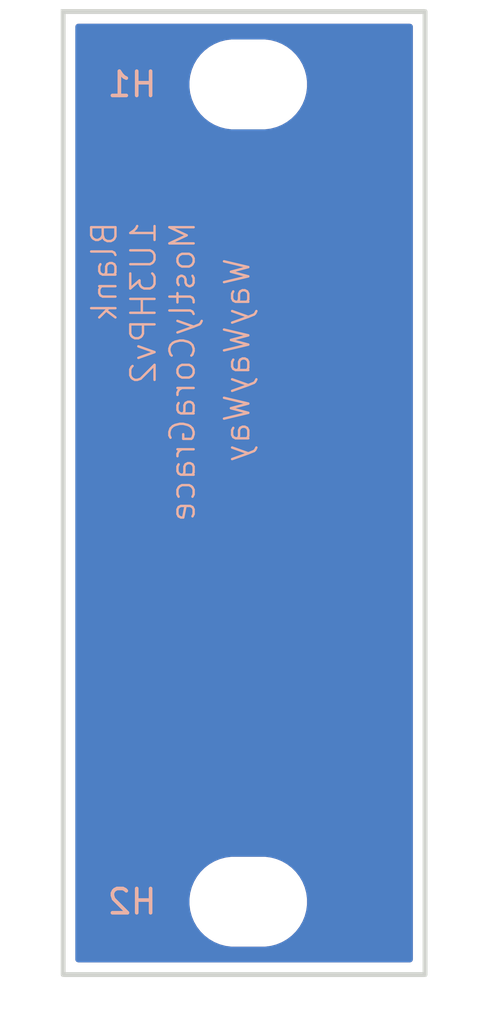
<source format=kicad_pcb>
(kicad_pcb (version 20241229) (generator "pcbnew") (generator_version "9.0")
  (layers (0 "F.Cu" signal) (2 "B.Cu" signal) (13 "F.Paste" user) (15 "B.Paste" user) (5 "F.SilkS" user "F.Silkscreen") (7 "B.SilkS" user "B.Silkscreen") (1 "F.Mask" user) (3 "B.Mask" user) (25 "Edge.Cuts" user))
  (net 0 "")
  (footprint "EXC:MountingHole_3.2mm_M3" (layer "F.Cu") (at 7.62 5.425)
    (property "Reference" "H1" (at -3.683 0 0) (layer "B.SilkS") (effects (justify left mirror)))
    (property "Value" "Eurorack_M3_MountingHole")
    (pad "" np_thru_hole oval (at 0 0) (size 4.34 3.2) (drill oval 4.34 3.2) (layers "*.Cu" "*.Mask"))
  )
  (footprint "EXC:MountingHole_3.2mm_M3" (layer "F.Cu") (at 7.62 39.075)
    (property "Reference" "H2" (at -3.683 0 0) (layer "B.SilkS") (effects (justify left mirror)))
    (property "Value" "Eurorack_M3_MountingHole")
    (pad "" np_thru_hole oval (at 0 0) (size 4.34 3.2) (drill oval 4.34 3.2) (layers "*.Cu" "*.Mask"))
  )
  (gr_rect (start 0 2.425) (end 14.9 42.075) (stroke (width 0.2)) (fill no) (layer "Edge.Cuts"))
  (gr_text "Blank\n1U3HPv2\nMostlyCoraGrace" (at 5.5 11 90) (layer "B.SilkS") (effects (font (size 1 1) (thickness 0.1)) (justify left bottom mirror)))
  (gr_text "WayWayWay" (at 7.75 12.5 90) (layer "B.SilkS") (effects (font (size 1 1) (thickness 0.1)) (justify left bottom mirror)))
  (zone (net 0) (net_name "") (layers "F.Cu" "B.Cu") (connect_pads (clearance 0.5)) (min_thickness 0.25) (fill yes (thermal_gap 0.5) (thermal_bridge_width 0.5) (island_removal_mode 1) (island_area_min 10))
    (polygon (pts (xy 0 2.5) (xy 15 2.5) (xy 15 42) (xy 0 42)))
  )
)
</source>
